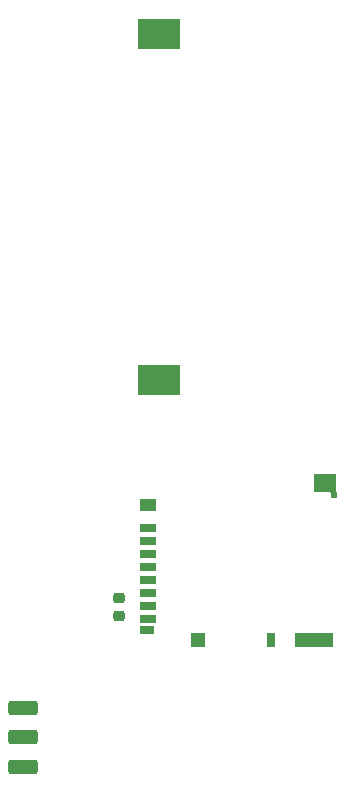
<source format=gbr>
%TF.GenerationSoftware,KiCad,Pcbnew,8.0.5-1.fc40*%
%TF.CreationDate,2024-10-05T09:08:47-05:00*%
%TF.ProjectId,PCB_ESP32,5043425f-4553-4503-9332-2e6b69636164,rev?*%
%TF.SameCoordinates,Original*%
%TF.FileFunction,Paste,Bot*%
%TF.FilePolarity,Positive*%
%FSLAX46Y46*%
G04 Gerber Fmt 4.6, Leading zero omitted, Abs format (unit mm)*
G04 Created by KiCad (PCBNEW 8.0.5-1.fc40) date 2024-10-05 09:08:47*
%MOMM*%
%LPD*%
G01*
G04 APERTURE LIST*
G04 Aperture macros list*
%AMRoundRect*
0 Rectangle with rounded corners*
0 $1 Rounding radius*
0 $2 $3 $4 $5 $6 $7 $8 $9 X,Y pos of 4 corners*
0 Add a 4 corners polygon primitive as box body*
4,1,4,$2,$3,$4,$5,$6,$7,$8,$9,$2,$3,0*
0 Add four circle primitives for the rounded corners*
1,1,$1+$1,$2,$3*
1,1,$1+$1,$4,$5*
1,1,$1+$1,$6,$7*
1,1,$1+$1,$8,$9*
0 Add four rect primitives between the rounded corners*
20,1,$1+$1,$2,$3,$4,$5,0*
20,1,$1+$1,$4,$5,$6,$7,0*
20,1,$1+$1,$6,$7,$8,$9,0*
20,1,$1+$1,$8,$9,$2,$3,0*%
%AMRotRect*
0 Rectangle, with rotation*
0 The origin of the aperture is its center*
0 $1 length*
0 $2 width*
0 $3 Rotation angle, in degrees counterclockwise*
0 Add horizontal line*
21,1,$1,$2,0,0,$3*%
G04 Aperture macros list end*
%ADD10RoundRect,0.225000X0.250000X-0.225000X0.250000X0.225000X-0.250000X0.225000X-0.250000X-0.225000X0*%
%ADD11RoundRect,0.250000X1.000000X-0.375000X1.000000X0.375000X-1.000000X0.375000X-1.000000X-0.375000X0*%
%ADD12R,1.900000X1.500000*%
%ADD13RotRect,0.200000X0.200000X225.000000*%
%ADD14R,0.500000X0.500000*%
%ADD15R,1.400000X1.000000*%
%ADD16R,3.200000X1.200000*%
%ADD17R,0.800000X1.200000*%
%ADD18R,1.200000X1.200000*%
%ADD19R,1.400000X0.700000*%
%ADD20R,1.200000X0.700000*%
%ADD21R,3.600000X2.600000*%
G04 APERTURE END LIST*
D10*
%TO.C,C8*%
X148780000Y-124395000D03*
X148780000Y-122845000D03*
%TD*%
D11*
%TO.C,SW1*%
X140680000Y-137140000D03*
X140680000Y-134640000D03*
X140680000Y-132140000D03*
%TD*%
D12*
%TO.C,J1*%
X166280000Y-113120000D03*
D13*
X166730000Y-113870000D03*
D14*
X166980000Y-114120000D03*
D15*
X151280000Y-115020000D03*
D16*
X165280000Y-126420000D03*
D17*
X161680000Y-126420000D03*
D18*
X155480000Y-126420000D03*
D19*
X151280000Y-116920000D03*
X151280000Y-118020000D03*
X151280000Y-119120000D03*
X151280000Y-120220000D03*
X151280000Y-121320000D03*
X151280000Y-122420000D03*
X151280000Y-123520000D03*
X151280000Y-124620000D03*
D20*
X151180000Y-125570000D03*
%TD*%
D21*
%TO.C,BT1*%
X152200000Y-104400000D03*
X152200000Y-75100000D03*
%TD*%
M02*

</source>
